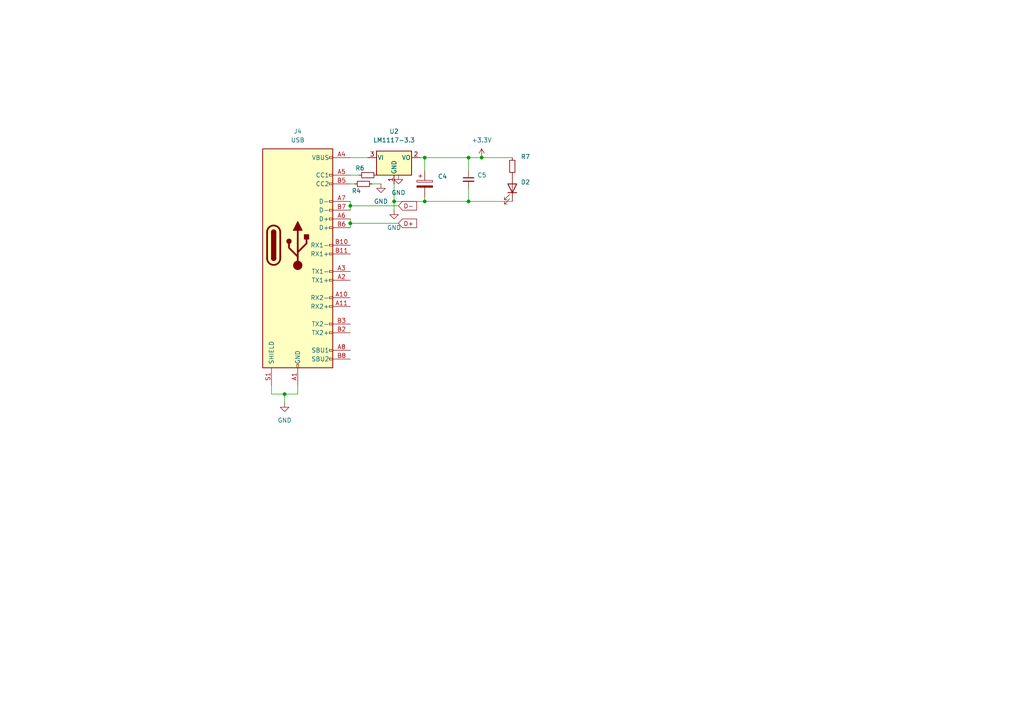
<source format=kicad_sch>
(kicad_sch (version 20231120) (generator "eeschema") (generator_version "8.0")
  (paper "A4")
  (title_block (title "Swindle CH32V303") (rev "H"))
  (lib_symbols
    (symbol "Connector:USB_C_Receptacle" (pin_names (offset 1.016))
      (property "Reference" "J" (at -10.16 29.21 0))
      (property "Value" "USB_C_Receptacle" (at 10.16 29.21 0))
      (symbol "USB_C_Receptacle_0_0"
        (rectangle (start -0.254 -35.56) (end 0.254 -34.544))
        (rectangle (start 10.16 -32.766) (end 9.144 -33.274))
        (rectangle (start 10.16 -30.226) (end 9.144 -30.734))
        (rectangle (start 10.16 -25.146) (end 9.144 -25.654))
        (rectangle (start 10.16 -22.606) (end 9.144 -23.114))
        (rectangle (start 10.16 -17.526) (end 9.144 -18.034))
        (rectangle (start 10.16 -14.986) (end 9.144 -15.494))
        (rectangle (start 10.16 -9.906) (end 9.144 -10.414))
        (rectangle (start 10.16 -7.366) (end 9.144 -7.874))
        (rectangle (start 10.16 -2.286) (end 9.144 -2.794))
        (rectangle (start 10.16 0.254) (end 9.144 -0.254))
        (rectangle (start 10.16 5.334) (end 9.144 4.826))
        (rectangle (start 10.16 7.874) (end 9.144 7.366))
        (rectangle (start 10.16 10.414) (end 9.144 9.906))
        (rectangle (start 10.16 12.954) (end 9.144 12.446))
        (rectangle (start 10.16 18.034) (end 9.144 17.526))
        (rectangle (start 10.16 20.574) (end 9.144 20.066))
        (rectangle (start 10.16 25.654) (end 9.144 25.146))
      )
      (symbol "USB_C_Receptacle_0_1"
        (rectangle (start -10.16 27.94) (end 10.16 -35.56) (stroke (width 0.254)) (fill (type background)))
        (arc (start -8.89 -3.81) (mid -6.985 -5.7067) (end -5.08 -3.81) (stroke (width 0.508)))
        (arc (start -7.62 -3.81) (mid -6.985 -4.4423) (end -6.35 -3.81) (stroke (width 0.254)))
        (arc (start -7.62 -3.81) (mid -6.985 -4.4423) (end -6.35 -3.81) (stroke (width 0.254)) (fill (type outline)))
        (rectangle (start -7.62 -3.81) (end -6.35 3.81) (stroke (width 0.254)) (fill (type outline)))
        (arc (start -6.35 3.81) (mid -6.985 4.4423) (end -7.62 3.81) (stroke (width 0.254)))
        (arc (start -6.35 3.81) (mid -6.985 4.4423) (end -7.62 3.81) (stroke (width 0.254)) (fill (type outline)))
        (arc (start -5.08 3.81) (mid -6.985 5.7067) (end -8.89 3.81) (stroke (width 0.508)))
        (polyline (pts (xy -8.89 -3.81) (xy -8.89 3.81)) (stroke (width 0.508)))
        (polyline (pts (xy -5.08 3.81) (xy -5.08 -3.81)) (stroke (width 0.508)))
      )
      (symbol "USB_C_Receptacle_1_1"
        (circle (center -2.54 1.143) (radius 0.635) (stroke (width 0.254)) (fill (type outline)))
        (circle (center 0 -5.842) (radius 1.27) (fill (type outline)))
        (polyline (pts (xy 0 -5.842) (xy 0 4.318)) (stroke (width 0.508)))
        (polyline (pts (xy 0 -3.302) (xy -2.54 -0.762) (xy -2.54 0.508)) (stroke (width 0.508)))
        (polyline (pts (xy 0 -2.032) (xy 2.54 0.508) (xy 2.54 1.778)) (stroke (width 0.508)))
        (polyline (pts (xy -1.27 4.318) (xy 0 6.858) (xy 1.27 4.318) (xy -1.27 4.318)) (stroke (width 0.254)) (fill (type outline)))
        (rectangle (start 1.905 1.778) (end 3.175 3.048) (stroke (width 0.254)) (fill (type outline)))
        (pin passive line (at 0 -40.64 90) (length 5.08) (name "GND") (number "A1"))
        (pin bidirectional line (at 15.24 -15.24 180) (length 5.08) (name "RX2-") (number "A10"))
        (pin bidirectional line (at 15.24 -17.78 180) (length 5.08) (name "RX2+") (number "A11"))
        (pin passive line (at 0 -40.64 90) (length 5.08) hide (name "GND") (number "A12"))
        (pin bidirectional line (at 15.24 -10.16 180) (length 5.08) (name "TX1+") (number "A2"))
        (pin bidirectional line (at 15.24 -7.62 180) (length 5.08) (name "TX1-") (number "A3"))
        (pin passive line (at 15.24 25.4 180) (length 5.08) (name "VBUS") (number "A4"))
        (pin bidirectional line (at 15.24 20.32 180) (length 5.08) (name "CC1") (number "A5"))
        (pin bidirectional line (at 15.24 7.62 180) (length 5.08) (name "D+") (number "A6"))
        (pin bidirectional line (at 15.24 12.7 180) (length 5.08) (name "D-") (number "A7"))
        (pin bidirectional line (at 15.24 -30.48 180) (length 5.08) (name "SBU1") (number "A8"))
        (pin passive line (at 15.24 25.4 180) (length 5.08) hide (name "VBUS") (number "A9"))
        (pin passive line (at 0 -40.64 90) (length 5.08) hide (name "GND") (number "B1"))
        (pin bidirectional line (at 15.24 0 180) (length 5.08) (name "RX1-") (number "B10"))
        (pin bidirectional line (at 15.24 -2.54 180) (length 5.08) (name "RX1+") (number "B11"))
        (pin passive line (at 0 -40.64 90) (length 5.08) hide (name "GND") (number "B12"))
        (pin bidirectional line (at 15.24 -25.4 180) (length 5.08) (name "TX2+") (number "B2"))
        (pin bidirectional line (at 15.24 -22.86 180) (length 5.08) (name "TX2-") (number "B3"))
        (pin passive line (at 15.24 25.4 180) (length 5.08) hide (name "VBUS") (number "B4"))
        (pin bidirectional line (at 15.24 17.78 180) (length 5.08) (name "CC2") (number "B5"))
        (pin bidirectional line (at 15.24 5.08 180) (length 5.08) (name "D+") (number "B6"))
        (pin bidirectional line (at 15.24 10.16 180) (length 5.08) (name "D-") (number "B7"))
        (pin bidirectional line (at 15.24 -33.02 180) (length 5.08) (name "SBU2") (number "B8"))
        (pin passive line (at 15.24 25.4 180) (length 5.08) hide (name "VBUS") (number "B9"))
        (pin passive line (at -7.62 -40.64 90) (length 5.08) (name "SHIELD") (number "S1"))
      )
    )
    (symbol "Device:C_Polarized" (pin_numbers hide) (pin_names (offset 0.254))
      (property "Reference" "C" (at 0.635 2.54 0))
      (property "Value" "C_Polarized" (at 0.635 -2.54 0))
      (symbol "C_Polarized_0_1"
        (rectangle (start -2.286 0.508) (end 2.286 1.016))
        (polyline (pts (xy -1.778 2.286) (xy -0.762 2.286)))
        (polyline (pts (xy -1.27 2.794) (xy -1.27 1.778)))
        (rectangle (start 2.286 -0.508) (end -2.286 -1.016) (fill (type outline)))
      )
      (symbol "C_Polarized_1_1"
        (pin passive line (at 0 3.81 270) (length 2.794) (name "~") (number "1"))
        (pin passive line (at 0 -3.81 90) (length 2.794) (name "~") (number "2"))
      )
    )
    (symbol "Device:C_Small" (pin_numbers hide) (pin_names (offset 0.254) hide)
      (property "Reference" "C" (at 0.254 1.778 0))
      (property "Value" "C_Small" (at 0.254 -2.032 0))
      (symbol "C_Small_0_1"
        (polyline (pts (xy -1.524 -0.508) (xy 1.524 -0.508)) (stroke (width 0.3302)))
        (polyline (pts (xy -1.524 0.508) (xy 1.524 0.508)) (stroke (width 0.3048)))
      )
      (symbol "C_Small_1_1"
        (pin passive line (at 0 2.54 270) (length 2.032) (name "~") (number "1"))
        (pin passive line (at 0 -2.54 90) (length 2.032) (name "~") (number "2"))
      )
    )
    (symbol "Device:LED" (pin_numbers hide) (pin_names (offset 1.016) hide)
      (property "Reference" "D" (at 0 2.54 0))
      (property "Value" "LED" (at 0 -2.54 0))
      (symbol "LED_0_1"
        (polyline (pts (xy -1.27 -1.27) (xy -1.27 1.27)) (stroke (width 0.254)))
        (polyline (pts (xy -1.27 0) (xy 1.27 0)))
        (polyline (pts (xy 1.27 -1.27) (xy 1.27 1.27) (xy -1.27 0) (xy 1.27 -1.27)) (stroke (width 0.254)))
        (polyline (pts (xy -3.048 -0.762) (xy -4.572 -2.286) (xy -3.81 -2.286) (xy -4.572 -2.286) (xy -4.572 -1.524)))
        (polyline (pts (xy -1.778 -0.762) (xy -3.302 -2.286) (xy -2.54 -2.286) (xy -3.302 -2.286) (xy -3.302 -1.524)))
      )
      (symbol "LED_1_1"
        (pin passive line (at -3.81 0 0) (length 2.54) (name "K") (number "1"))
        (pin passive line (at 3.81 0 180) (length 2.54) (name "A") (number "2"))
      )
    )
    (symbol "Device:R_Small" (pin_numbers hide) (pin_names (offset 0.254) hide)
      (property "Reference" "R" (at 0.762 0.508 0))
      (property "Value" "R_Small" (at 0.762 -1.016 0))
      (symbol "R_Small_0_1"
        (rectangle (start -0.762 1.778) (end 0.762 -1.778) (stroke (width 0.2032)))
      )
      (symbol "R_Small_1_1"
        (pin passive line (at 0 2.54 270) (length 0.762) (name "~") (number "1"))
        (pin passive line (at 0 -2.54 90) (length 0.762) (name "~") (number "2"))
      )
    )
    (symbol "Regulator_Linear:LM1117-3.3" (pin_names (offset 0.254))
      (property "Reference" "U" (at -3.81 3.175 0))
      (property "Value" "LM1117-3.3" (at 0 3.175 0))
      (symbol "LM1117-3.3_0_1"
        (rectangle (start -5.08 -5.08) (end 5.08 1.905) (stroke (width 0.254)) (fill (type background)))
      )
      (symbol "LM1117-3.3_1_1"
        (pin power_in line (at 0 -7.62 90) (length 2.54) (name "GND") (number "1"))
        (pin power_out line (at 7.62 0 180) (length 2.54) (name "VO") (number "2"))
        (pin power_in line (at -7.62 0 0) (length 2.54) (name "VI") (number "3"))
      )
    )
    (symbol "power:+3.3V" (power) (pin_names (offset 0))
      (property "Value" "+3.3V" (at 0 3.556 0))
      (symbol "+3.3V_0_1"
        (polyline (pts (xy -0.762 1.27) (xy 0 2.54)))
        (polyline (pts (xy 0 0) (xy 0 2.54)))
        (polyline (pts (xy 0 2.54) (xy 0.762 1.27)))
      )
      (symbol "+3.3V_1_1"
        (pin power_in line (at 0 0 90) (length 0) hide (name "+3.3V") (number "1"))
      )
    )
    (symbol "power:GND" (power) (pin_names (offset 0))
      (property "Value" "GND" (at 0 -3.81 0))
      (symbol "GND_0_1"
        (polyline (pts (xy 0 0) (xy 0 -1.27) (xy 1.27 -1.27) (xy 0 -2.54) (xy -1.27 -1.27) (xy 0 -1.27)))
      )
      (symbol "GND_1_1"
        (pin power_in line (at 0 0 270) (length 0) hide (name "GND") (number "1"))
      )
    )
  )
  (junction (at 101.6 59.69))
  (junction (at 123.19 58.42))
  (junction (at 82.55 114.3))
  (junction (at 123.19 45.72))
  (junction (at 135.89 45.72))
  (junction (at 114.3 58.42))
  (junction (at 135.89 58.42))
  (junction (at 139.7 45.72))
  (junction (at 101.6 64.77))
  (wire (pts (xy 109.22 50.8) (xy 115.57 50.8)))
  (wire (pts (xy 101.6 59.69) (xy 101.6 60.96)))
  (wire (pts (xy 78.74 111.76) (xy 78.74 114.3)))
  (wire (pts (xy 101.6 45.72) (xy 106.68 45.72)))
  (wire (pts (xy 101.6 59.69) (xy 115.57 59.69)))
  (wire (pts (xy 123.19 58.42) (xy 135.89 58.42)))
  (wire (pts (xy 123.19 49.53) (xy 123.19 45.72)))
  (wire (pts (xy 82.55 114.3) (xy 86.36 114.3)))
  (wire (pts (xy 135.89 45.72) (xy 139.7 45.72)))
  (wire (pts (xy 78.74 114.3) (xy 82.55 114.3)))
  (wire (pts (xy 123.19 45.72) (xy 135.89 45.72)))
  (wire (pts (xy 101.6 50.8) (xy 104.14 50.8)))
  (wire (pts (xy 101.6 64.77) (xy 101.6 66.04)))
  (wire (pts (xy 101.6 63.5) (xy 101.6 64.77)))
  (wire (pts (xy 101.6 53.34) (xy 102.87 53.34)))
  (wire (pts (xy 114.3 58.42) (xy 123.19 58.42)))
  (wire (pts (xy 114.3 53.34) (xy 114.3 58.42)))
  (wire (pts (xy 82.55 114.3) (xy 82.55 116.84)))
  (wire (pts (xy 121.92 45.72) (xy 123.19 45.72)))
  (wire (pts (xy 114.3 58.42) (xy 114.3 60.96)))
  (wire (pts (xy 123.19 57.15) (xy 123.19 58.42)))
  (wire (pts (xy 86.36 111.76) (xy 86.36 114.3)))
  (wire (pts (xy 135.89 54.61) (xy 135.89 58.42)))
  (wire (pts (xy 101.6 58.42) (xy 101.6 59.69)))
  (wire (pts (xy 135.89 49.53) (xy 135.89 45.72)))
  (wire (pts (xy 139.7 45.72) (xy 148.59 45.72)))
  (wire (pts (xy 101.6 64.77) (xy 115.57 64.77)))
  (wire (pts (xy 107.95 53.34) (xy 110.49 53.34)))
  (wire (pts (xy 135.89 58.42) (xy 148.59 58.42)))
  (global_label "D+" (shape input) (at 115.57 64.77 0) (property "Intersheetrefs" "${INTERSHEET_REFS}" (effects (hide yes))))
  (global_label "D-" (shape input) (at 115.57 59.69 0) (property "Intersheetrefs" "${INTERSHEET_REFS}" (effects (hide yes))))
  (symbol (lib_id "power:GND") (at 110.49 53.34 0) (unit 1)
    (property "Reference" "#PWR013" (effects (hide yes)))
    (property "Value" "GND" (at 110.49 58.42 0))
  )
  (symbol (lib_id "Connector:USB_C_Receptacle") (at 86.36 71.12 0) (unit 1)
    (property "Reference" "J4" (at 86.36 38.1 0))
    (property "Value" "USB" (at 86.36 40.64 0))
    (property "Footprint" "Connector_USB:USB_C_Receptacle_Palconn_UTC16-G" (effects (hide yes)))
    (property "Datasheet" "https://www.usb.org/sites/default/files/documents/usb_type-c.zip" (effects (hide yes)))
    (property "Description" "USB Full-Featured Type-C Receptacle connector" (effects (hide yes)))
  )
  (symbol (lib_id "Device:R_Small") (at 148.59 48.26 0) (unit 1)
    (property "Reference" "R7" (at 152.4 45.466 0))
    (property "Value" "330" (effects (hide yes)))
    (property "Footprint" "Resistor_SMD:R_0603_1608Metric" (effects (hide yes)))
  )
  (symbol (lib_id "Device:LED") (at 148.59 54.61 270) (mirror x) (unit 1)
    (property "Reference" "D2" (at 152.4 52.832 90))
    (property "Value" "LED" (effects (hide yes)))
    (property "Footprint" "Diode_SMD:D_0805_2012Metric" (effects (hide yes)))
  )
  (symbol (lib_id "Device:C_Polarized") (at 123.19 53.34 0) (unit 1)
    (property "Reference" "C4" (at 127 51.1809 0) (effects (justify left)))
    (property "Value" "100u" (effects (hide yes)))
    (property "Footprint" "Capacitor_SMD:C_1206_3216Metric_Pad1.33x1.80mm_HandSolder" (effects (hide yes)))
  )
  (symbol (lib_id "power:GND") (at 114.3 60.96 0) (unit 1)
    (property "Reference" "#PWR014" (effects (hide yes)))
    (property "Value" "GND" (at 114.3 66.04 0))
  )
  (symbol (lib_id "Device:R_Small") (at 106.68 50.8 270) (unit 1)
    (property "Reference" "R6" (at 104.394 48.768 90))
    (property "Value" "5.1k" (effects (hide yes)))
    (property "Footprint" "Resistor_SMD:R_0603_1608Metric" (effects (hide yes)))
  )
  (symbol (lib_id "Regulator_Linear:LM1117-3.3") (at 114.3 45.72 0) (unit 1)
    (property "Reference" "U2" (at 114.3 38.1 0))
    (property "Value" "LM1117-3.3" (at 114.3 40.64 0))
    (property "Footprint" "Package_TO_SOT_SMD:SOT-223" (effects (hide yes)))
    (property "Datasheet" "http://www.ti.com/lit/ds/symlink/lm1117.pdf" (effects (hide yes)))
  )
  (symbol (lib_id "power:GND") (at 115.57 50.8 0) (unit 1)
    (property "Reference" "#PWR015" (effects (hide yes)))
    (property "Value" "GND" (at 115.57 55.88 0))
  )
  (symbol (lib_id "Device:C_Small") (at 135.89 52.07 0) (unit 1)
    (property "Reference" "C5" (at 138.43 50.8062 0) (effects (justify left)))
    (property "Value" "100n" (effects (hide yes)))
    (property "Footprint" "Resistor_SMD:R_0603_1608Metric" (effects (hide yes)))
  )
  (symbol (lib_id "power:+3.3V") (at 139.7 45.72 0) (unit 1)
    (property "Reference" "#PWR019" (effects (hide yes)))
    (property "Value" "+3.3V" (at 139.7 40.64 0))
  )
  (symbol (lib_id "Device:R_Small") (at 105.41 53.34 270) (unit 1)
    (property "Reference" "R4" (at 103.378 55.372 90))
    (property "Value" "5.1k" (effects (hide yes)))
    (property "Footprint" "Resistor_SMD:R_0603_1608Metric" (effects (hide yes)))
  )
  (symbol (lib_id "power:GND") (at 82.55 116.84 0) (unit 1)
    (property "Reference" "#PWR09" (effects (hide yes)))
    (property "Value" "GND" (at 82.55 121.92 0))
  )
)
</source>
